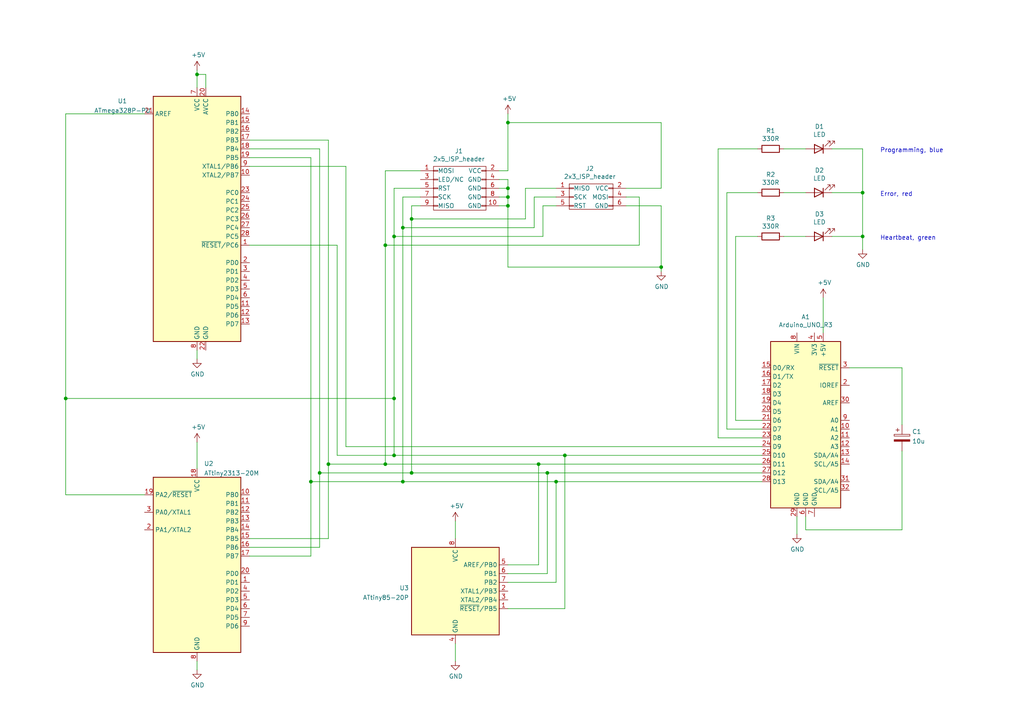
<source format=kicad_sch>
(kicad_sch (version 20211123) (generator eeschema)
  (paper "A4")
  (lib_symbols
    (symbol "Device:C_Polarized" (pin_numbers hide) (pin_names (offset 0.254))
      (property "Reference" "C" (at 0.635 2.54 0))
      (property "Value" "C_Polarized" (at 0.635 -2.54 0))
      (symbol "C_Polarized_0_1"
        (rectangle (start -2.286 0.508) (end 2.286 1.016))
        (polyline (pts (xy -1.778 2.286) (xy -0.762 2.286)))
        (polyline (pts (xy -1.27 2.794) (xy -1.27 1.778)))
        (rectangle (start 2.286 -0.508) (end -2.286 -1.016) (fill (type outline)))
      )
      (symbol "C_Polarized_1_1"
        (pin passive line (at 0 3.81 270) (length 2.794) (name "~") (number "1"))
        (pin passive line (at 0 -3.81 90) (length 2.794) (name "~") (number "2"))
      )
    )
    (symbol "Device:LED" (pin_numbers hide) (pin_names (offset 1.016) hide)
      (property "Reference" "D" (at 0 2.54 0))
      (property "Value" "LED" (at 0 -2.54 0))
      (symbol "LED_0_1"
        (polyline (pts (xy -1.27 -1.27) (xy -1.27 1.27)) (stroke (width 0.254)))
        (polyline (pts (xy -1.27 0) (xy 1.27 0)))
        (polyline (pts (xy 1.27 -1.27) (xy 1.27 1.27) (xy -1.27 0) (xy 1.27 -1.27)) (stroke (width 0.254)))
        (polyline (pts (xy -3.048 -0.762) (xy -4.572 -2.286) (xy -3.81 -2.286) (xy -4.572 -2.286) (xy -4.572 -1.524)))
        (polyline (pts (xy -1.778 -0.762) (xy -3.302 -2.286) (xy -2.54 -2.286) (xy -3.302 -2.286) (xy -3.302 -1.524)))
      )
      (symbol "LED_1_1"
        (pin passive line (at -3.81 0 0) (length 2.54) (name "K") (number "1"))
        (pin passive line (at 3.81 0 180) (length 2.54) (name "A") (number "2"))
      )
    )
    (symbol "Device:R" (pin_numbers hide) (pin_names (offset 0))
      (property "Reference" "R" (at 2.032 0 90))
      (property "Value" "R" (at 0 0 90))
      (symbol "R_0_1"
        (rectangle (start -1.016 -2.54) (end 1.016 2.54) (stroke (width 0.254)))
      )
      (symbol "R_1_1"
        (pin passive line (at 0 3.81 270) (length 1.27) (name "~") (number "1"))
        (pin passive line (at 0 -3.81 90) (length 1.27) (name "~") (number "2"))
      )
    )
    (symbol "MCU_Microchip_ATtiny:ATtiny2313-20M"
      (property "Reference" "U" (at -12.7 26.67 0))
      (property "Value" "ATtiny2313-20M" (at 2.54 -26.67 0))
      (symbol "ATtiny2313-20M_0_1"
        (rectangle (start -12.7 -25.4) (end 12.7 25.4) (stroke (width 0.254)) (fill (type background)))
      )
      (symbol "ATtiny2313-20M_1_1"
        (pin bidirectional line (at 15.24 -5.08 180) (length 2.54) (name "PD1") (number "1"))
        (pin bidirectional line (at 15.24 20.32 180) (length 2.54) (name "PB0") (number "10"))
        (pin bidirectional line (at 15.24 17.78 180) (length 2.54) (name "PB1") (number "11"))
        (pin bidirectional line (at 15.24 15.24 180) (length 2.54) (name "PB2") (number "12"))
        (pin bidirectional line (at 15.24 12.7 180) (length 2.54) (name "PB3") (number "13"))
        (pin bidirectional line (at 15.24 10.16 180) (length 2.54) (name "PB4") (number "14"))
        (pin bidirectional line (at 15.24 7.62 180) (length 2.54) (name "PB5") (number "15"))
        (pin bidirectional line (at 15.24 5.08 180) (length 2.54) (name "PB6") (number "16"))
        (pin bidirectional line (at 15.24 2.54 180) (length 2.54) (name "PB7") (number "17"))
        (pin power_in line (at 0 27.94 270) (length 2.54) (name "VCC") (number "18"))
        (pin bidirectional line (at -15.24 20.32 0) (length 2.54) (name "PA2/~{RESET}") (number "19"))
        (pin bidirectional line (at -15.24 10.16 0) (length 2.54) (name "PA1/XTAL2") (number "2"))
        (pin bidirectional line (at 15.24 -2.54 180) (length 2.54) (name "PD0") (number "20"))
        (pin passive line (at 0 -27.94 90) (length 2.54) hide (name "GND") (number "21"))
        (pin bidirectional line (at -15.24 15.24 0) (length 2.54) (name "PA0/XTAL1") (number "3"))
        (pin bidirectional line (at 15.24 -7.62 180) (length 2.54) (name "PD2") (number "4"))
        (pin bidirectional line (at 15.24 -10.16 180) (length 2.54) (name "PD3") (number "5"))
        (pin bidirectional line (at 15.24 -12.7 180) (length 2.54) (name "PD4") (number "6"))
        (pin bidirectional line (at 15.24 -15.24 180) (length 2.54) (name "PD5") (number "7"))
        (pin power_in line (at 0 -27.94 90) (length 2.54) (name "GND") (number "8"))
        (pin bidirectional line (at 15.24 -17.78 180) (length 2.54) (name "PD6") (number "9"))
      )
    )
    (symbol "MCU_Microchip_ATtiny:ATtiny85-20P"
      (property "Reference" "U" (at -12.7 13.97 0))
      (property "Value" "ATtiny85-20P" (at 2.54 -13.97 0))
      (symbol "ATtiny85-20P_0_1"
        (rectangle (start -12.7 -12.7) (end 12.7 12.7) (stroke (width 0.254)) (fill (type background)))
      )
      (symbol "ATtiny85-20P_1_1"
        (pin bidirectional line (at 15.24 -5.08 180) (length 2.54) (name "~{RESET}/PB5") (number "1"))
        (pin bidirectional line (at 15.24 0 180) (length 2.54) (name "XTAL1/PB3") (number "2"))
        (pin bidirectional line (at 15.24 -2.54 180) (length 2.54) (name "XTAL2/PB4") (number "3"))
        (pin power_in line (at 0 -15.24 90) (length 2.54) (name "GND") (number "4"))
        (pin bidirectional line (at 15.24 7.62 180) (length 2.54) (name "AREF/PB0") (number "5"))
        (pin bidirectional line (at 15.24 5.08 180) (length 2.54) (name "PB1") (number "6"))
        (pin bidirectional line (at 15.24 2.54 180) (length 2.54) (name "PB2") (number "7"))
        (pin power_in line (at 0 15.24 270) (length 2.54) (name "VCC") (number "8"))
      )
    )
    (symbol "MCU_Module:Arduino_UNO_R3"
      (property "Reference" "A" (at -10.16 23.495 0))
      (property "Value" "Arduino_UNO_R3" (at 5.08 -26.67 0))
      (symbol "Arduino_UNO_R3_0_1"
        (rectangle (start -10.16 22.86) (end 10.16 -25.4) (stroke (width 0.254)) (fill (type background)))
      )
      (symbol "Arduino_UNO_R3_1_1"
        (pin no_connect line (at -10.16 -20.32 0) (length 2.54) hide (name "NC") (number "1"))
        (pin bidirectional line (at 12.7 -2.54 180) (length 2.54) (name "A1") (number "10"))
        (pin bidirectional line (at 12.7 -5.08 180) (length 2.54) (name "A2") (number "11"))
        (pin bidirectional line (at 12.7 -7.62 180) (length 2.54) (name "A3") (number "12"))
        (pin bidirectional line (at 12.7 -10.16 180) (length 2.54) (name "SDA/A4") (number "13"))
        (pin bidirectional line (at 12.7 -12.7 180) (length 2.54) (name "SCL/A5") (number "14"))
        (pin bidirectional line (at -12.7 15.24 0) (length 2.54) (name "D0/RX") (number "15"))
        (pin bidirectional line (at -12.7 12.7 0) (length 2.54) (name "D1/TX") (number "16"))
        (pin bidirectional line (at -12.7 10.16 0) (length 2.54) (name "D2") (number "17"))
        (pin bidirectional line (at -12.7 7.62 0) (length 2.54) (name "D3") (number "18"))
        (pin bidirectional line (at -12.7 5.08 0) (length 2.54) (name "D4") (number "19"))
        (pin output line (at 12.7 10.16 180) (length 2.54) (name "IOREF") (number "2"))
        (pin bidirectional line (at -12.7 2.54 0) (length 2.54) (name "D5") (number "20"))
        (pin bidirectional line (at -12.7 0 0) (length 2.54) (name "D6") (number "21"))
        (pin bidirectional line (at -12.7 -2.54 0) (length 2.54) (name "D7") (number "22"))
        (pin bidirectional line (at -12.7 -5.08 0) (length 2.54) (name "D8") (number "23"))
        (pin bidirectional line (at -12.7 -7.62 0) (length 2.54) (name "D9") (number "24"))
        (pin bidirectional line (at -12.7 -10.16 0) (length 2.54) (name "D10") (number "25"))
        (pin bidirectional line (at -12.7 -12.7 0) (length 2.54) (name "D11") (number "26"))
        (pin bidirectional line (at -12.7 -15.24 0) (length 2.54) (name "D12") (number "27"))
        (pin bidirectional line (at -12.7 -17.78 0) (length 2.54) (name "D13") (number "28"))
        (pin power_in line (at -2.54 -27.94 90) (length 2.54) (name "GND") (number "29"))
        (pin input line (at 12.7 15.24 180) (length 2.54) (name "~{RESET}") (number "3"))
        (pin input line (at 12.7 5.08 180) (length 2.54) (name "AREF") (number "30"))
        (pin bidirectional line (at 12.7 -17.78 180) (length 2.54) (name "SDA/A4") (number "31"))
        (pin bidirectional line (at 12.7 -20.32 180) (length 2.54) (name "SCL/A5") (number "32"))
        (pin power_out line (at 2.54 25.4 270) (length 2.54) (name "3V3") (number "4"))
        (pin power_out line (at 5.08 25.4 270) (length 2.54) (name "+5V") (number "5"))
        (pin power_in line (at 0 -27.94 90) (length 2.54) (name "GND") (number "6"))
        (pin power_in line (at 2.54 -27.94 90) (length 2.54) (name "GND") (number "7"))
        (pin power_in line (at -2.54 25.4 270) (length 2.54) (name "VIN") (number "8"))
        (pin bidirectional line (at 12.7 0 180) (length 2.54) (name "A0") (number "9"))
      )
    )
    (symbol "My_Headers:2x3_ISP_header" (pin_names (offset 1.27))
      (property "Reference" "J" (at 1.27 5.08 0))
      (property "Value" "2x3_ISP_header" (at 4.826 -4.826 0))
      (symbol "2x3_ISP_header_0_1"
        (rectangle (start -1.27 -3.556) (end 11.43 3.81))
      )
      (symbol "2x3_ISP_header_1_1"
        (rectangle (start -1.27 -2.413) (end 0 -2.667) (stroke (width 0.1524)))
        (rectangle (start -1.27 0.127) (end 0 -0.127) (stroke (width 0.1524)))
        (rectangle (start -1.27 2.667) (end 0 2.413) (stroke (width 0.1524)))
        (rectangle (start 11.43 -2.413) (end 10.16 -2.667) (stroke (width 0.1524)))
        (rectangle (start 11.43 0.127) (end 10.16 -0.127) (stroke (width 0.1524)))
        (rectangle (start 11.43 2.667) (end 10.16 2.413) (stroke (width 0.1524)))
        (pin passive line (at -5.08 2.54 0) (length 3.81) (name "MISO") (number "1"))
        (pin passive line (at 15.24 2.54 180) (length 3.81) (name "VCC") (number "2"))
        (pin passive line (at -5.08 0 0) (length 3.81) (name "SCK") (number "3"))
        (pin passive line (at 15.24 0 180) (length 3.81) (name "MOSI") (number "4"))
        (pin passive line (at -5.08 -2.54 0) (length 3.81) (name "RST") (number "5"))
        (pin passive line (at 15.24 -2.54 180) (length 3.81) (name "GND") (number "6"))
      )
    )
    (symbol "My_Headers:2x5_ISP_header" (pin_names (offset 1.27))
      (property "Reference" "J" (at 1.27 7.62 0))
      (property "Value" "2x5_ISP_header" (at 6.604 -7.62 0))
      (symbol "2x5_ISP_header_0_1"
        (rectangle (start -1.27 -6.35) (end 13.97 6.35))
      )
      (symbol "2x5_ISP_header_1_1"
        (rectangle (start -1.27 -4.953) (end 0 -5.207) (stroke (width 0.1524)))
        (rectangle (start -1.27 -2.413) (end 0 -2.667) (stroke (width 0.1524)))
        (rectangle (start -1.27 0.127) (end 0 -0.127) (stroke (width 0.1524)))
        (rectangle (start -1.27 2.667) (end 0 2.413) (stroke (width 0.1524)))
        (rectangle (start -1.27 5.207) (end 0 4.953) (stroke (width 0.1524)))
        (rectangle (start 13.97 -4.953) (end 12.7 -5.207) (stroke (width 0.1524)))
        (rectangle (start 13.97 -2.413) (end 12.7 -2.667) (stroke (width 0.1524)))
        (rectangle (start 13.97 0.127) (end 12.7 -0.127) (stroke (width 0.1524)))
        (rectangle (start 13.97 2.667) (end 12.7 2.413) (stroke (width 0.1524)))
        (rectangle (start 13.97 5.207) (end 12.7 4.953) (stroke (width 0.1524)))
        (pin passive line (at -5.08 5.08 0) (length 3.81) (name "MOSI") (number "1"))
        (pin passive line (at 17.78 -5.08 180) (length 3.81) (name "GND") (number "10"))
        (pin passive line (at 17.78 5.08 180) (length 3.81) (name "VCC") (number "2"))
        (pin passive line (at -5.08 2.54 0) (length 3.81) (name "LED/NC") (number "3"))
        (pin passive line (at 17.78 2.54 180) (length 3.81) (name "GND") (number "4"))
        (pin passive line (at -5.08 0 0) (length 3.81) (name "RST") (number "5"))
        (pin passive line (at 17.78 0 180) (length 3.81) (name "GND") (number "6"))
        (pin passive line (at -5.08 -2.54 0) (length 3.81) (name "SCK") (number "7"))
        (pin passive line (at 17.78 -2.54 180) (length 3.81) (name "GND") (number "8"))
        (pin passive line (at -5.08 -5.08 0) (length 3.81) (name "MISO") (number "9"))
      )
    )
    (symbol "My_Misc:ATmega328P-PU"
      (property "Reference" "U" (at -12.7 36.83 0))
      (property "Value" "ATmega328P-PU" (at 7.62 -36.83 0))
      (symbol "ATmega328P-PU_0_1"
        (rectangle (start -12.7 -35.56) (end 12.7 35.56) (stroke (width 0.254)) (fill (type background)))
      )
      (symbol "ATmega328P-PU_1_1"
        (pin bidirectional line (at 15.24 -7.62 180) (length 2.54) (name "~{RESET}/PC6") (number "1"))
        (pin bidirectional line (at 15.24 12.7 180) (length 2.54) (name "XTAL2/PB7") (number "10"))
        (pin bidirectional line (at 15.24 -25.4 180) (length 2.54) (name "PD5") (number "11"))
        (pin bidirectional line (at 15.24 -27.94 180) (length 2.54) (name "PD6") (number "12"))
        (pin bidirectional line (at 15.24 -30.48 180) (length 2.54) (name "PD7") (number "13"))
        (pin bidirectional line (at 15.24 30.48 180) (length 2.54) (name "PB0") (number "14"))
        (pin bidirectional line (at 15.24 27.94 180) (length 2.54) (name "PB1") (number "15"))
        (pin bidirectional line (at 15.24 25.4 180) (length 2.54) (name "PB2") (number "16"))
        (pin bidirectional line (at 15.24 22.86 180) (length 2.54) (name "PB3") (number "17"))
        (pin bidirectional line (at 15.24 20.32 180) (length 2.54) (name "PB4") (number "18"))
        (pin bidirectional line (at 15.24 17.78 180) (length 2.54) (name "PB5") (number "19"))
        (pin bidirectional line (at 15.24 -12.7 180) (length 2.54) (name "PD0") (number "2"))
        (pin power_in line (at 2.54 38.1 270) (length 2.54) (name "AVCC") (number "20"))
        (pin passive line (at -15.24 30.48 0) (length 2.54) (name "AREF") (number "21"))
        (pin passive line (at 0 -38.1 90) (length 2.54) hide (name "GND") (number "22"))
        (pin power_in line (at 2.54 -38.1 90) (length 2.54) (name "GND") (number "22"))
        (pin bidirectional line (at 15.24 7.62 180) (length 2.54) (name "PC0") (number "23"))
        (pin bidirectional line (at 15.24 5.08 180) (length 2.54) (name "PC1") (number "24"))
        (pin bidirectional line (at 15.24 2.54 180) (length 2.54) (name "PC2") (number "25"))
        (pin bidirectional line (at 15.24 0 180) (length 2.54) (name "PC3") (number "26"))
        (pin bidirectional line (at 15.24 -2.54 180) (length 2.54) (name "PC4") (number "27"))
        (pin bidirectional line (at 15.24 -5.08 180) (length 2.54) (name "PC5") (number "28"))
        (pin bidirectional line (at 15.24 -15.24 180) (length 2.54) (name "PD1") (number "3"))
        (pin bidirectional line (at 15.24 -17.78 180) (length 2.54) (name "PD2") (number "4"))
        (pin bidirectional line (at 15.24 -20.32 180) (length 2.54) (name "PD3") (number "5"))
        (pin bidirectional line (at 15.24 -22.86 180) (length 2.54) (name "PD4") (number "6"))
        (pin power_in line (at 0 38.1 270) (length 2.54) (name "VCC") (number "7"))
        (pin power_in line (at 0 -38.1 90) (length 2.54) (name "GND") (number "8"))
        (pin bidirectional line (at 15.24 15.24 180) (length 2.54) (name "XTAL1/PB6") (number "9"))
      )
    )
    (symbol "power:+5V" (power) (pin_names (offset 0))
      (property "Value" "+5V" (at 0 3.556 0))
      (symbol "+5V_0_1"
        (polyline (pts (xy -0.762 1.27) (xy 0 2.54)))
        (polyline (pts (xy 0 0) (xy 0 2.54)))
        (polyline (pts (xy 0 2.54) (xy 0.762 1.27)))
      )
      (symbol "+5V_1_1"
        (pin power_in line (at 0 0 90) (length 0) hide (name "+5V") (number "1"))
      )
    )
    (symbol "power:GND" (power) (pin_names (offset 0))
      (property "Value" "GND" (at 0 -3.81 0))
      (symbol "GND_0_1"
        (polyline (pts (xy 0 0) (xy 0 -1.27) (xy 1.27 -1.27) (xy 0 -2.54) (xy -1.27 -1.27) (xy 0 -1.27)))
      )
      (symbol "GND_1_1"
        (pin power_in line (at 0 0 270) (length 0) hide (name "GND") (number "1"))
      )
    )
  )
  (junction (at 111.76 71.12))
  (junction (at 90.17 139.7))
  (junction (at 116.84 66.04))
  (junction (at 57.15 21.59))
  (junction (at 114.3 68.58))
  (junction (at 147.32 57.15))
  (junction (at 161.29 139.7))
  (junction (at 92.71 137.16))
  (junction (at 147.32 59.69))
  (junction (at 250.19 68.58))
  (junction (at 114.3 115.57))
  (junction (at 19.05 115.57))
  (junction (at 158.75 137.16))
  (junction (at 111.76 134.62))
  (junction (at 147.32 35.56))
  (junction (at 119.38 137.16))
  (junction (at 114.3 132.08))
  (junction (at 116.84 139.7))
  (junction (at 147.32 54.61))
  (junction (at 250.19 55.88))
  (junction (at 95.25 134.62))
  (junction (at 191.77 77.47))
  (junction (at 119.38 63.5))
  (junction (at 163.83 132.08))
  (junction (at 156.21 134.62))
  (wire (pts (xy 116.84 57.15) (xy 121.92 57.15)))
  (wire (pts (xy 95.25 40.64) (xy 72.39 40.64)))
  (wire (pts (xy 147.32 52.07) (xy 147.32 54.61)))
  (wire (pts (xy 114.3 115.57) (xy 114.3 132.08)))
  (wire (pts (xy 114.3 68.58) (xy 114.3 54.61)))
  (wire (pts (xy 161.29 59.69) (xy 157.48 59.69)))
  (wire (pts (xy 157.48 68.58) (xy 114.3 68.58)))
  (wire (pts (xy 191.77 35.56) (xy 147.32 35.56)))
  (wire (pts (xy 185.42 57.15) (xy 185.42 71.12)))
  (wire (pts (xy 210.82 124.46) (xy 210.82 55.88)))
  (wire (pts (xy 152.4 63.5) (xy 119.38 63.5)))
  (wire (pts (xy 233.68 55.88) (xy 227.33 55.88)))
  (wire (pts (xy 157.48 59.69) (xy 157.48 68.58)))
  (wire (pts (xy 158.75 166.37) (xy 158.75 137.16)))
  (wire (pts (xy 181.61 57.15) (xy 185.42 57.15)))
  (wire (pts (xy 191.77 77.47) (xy 191.77 78.74)))
  (wire (pts (xy 144.78 54.61) (xy 147.32 54.61)))
  (wire (pts (xy 147.32 176.53) (xy 163.83 176.53)))
  (wire (pts (xy 163.83 132.08) (xy 220.98 132.08)))
  (wire (pts (xy 161.29 168.91) (xy 161.29 139.7)))
  (wire (pts (xy 57.15 21.59) (xy 59.69 21.59)))
  (wire (pts (xy 119.38 137.16) (xy 158.75 137.16)))
  (wire (pts (xy 147.32 59.69) (xy 147.32 77.47)))
  (wire (pts (xy 163.83 132.08) (xy 114.3 132.08)))
  (wire (pts (xy 72.39 161.29) (xy 90.17 161.29)))
  (wire (pts (xy 144.78 52.07) (xy 147.32 52.07)))
  (wire (pts (xy 116.84 66.04) (xy 116.84 57.15)))
  (wire (pts (xy 241.3 55.88) (xy 250.19 55.88)))
  (wire (pts (xy 144.78 49.53) (xy 147.32 49.53)))
  (wire (pts (xy 92.71 158.75) (xy 72.39 158.75)))
  (wire (pts (xy 147.32 77.47) (xy 191.77 77.47)))
  (wire (pts (xy 220.98 134.62) (xy 156.21 134.62)))
  (wire (pts (xy 92.71 137.16) (xy 92.71 158.75)))
  (wire (pts (xy 114.3 115.57) (xy 19.05 115.57)))
  (wire (pts (xy 220.98 139.7) (xy 161.29 139.7)))
  (wire (pts (xy 147.32 35.56) (xy 147.32 49.53)))
  (wire (pts (xy 261.62 153.67) (xy 261.62 130.81)))
  (wire (pts (xy 208.28 127) (xy 208.28 43.18)))
  (wire (pts (xy 156.21 134.62) (xy 111.76 134.62)))
  (wire (pts (xy 241.3 43.18) (xy 250.19 43.18)))
  (wire (pts (xy 119.38 137.16) (xy 119.38 63.5)))
  (wire (pts (xy 233.68 149.86) (xy 233.68 153.67)))
  (wire (pts (xy 100.33 48.26) (xy 72.39 48.26)))
  (wire (pts (xy 238.76 96.52) (xy 238.76 86.36)))
  (wire (pts (xy 154.94 57.15) (xy 161.29 57.15)))
  (wire (pts (xy 154.94 66.04) (xy 116.84 66.04)))
  (wire (pts (xy 132.08 156.21) (xy 132.08 151.13)))
  (wire (pts (xy 144.78 57.15) (xy 147.32 57.15)))
  (wire (pts (xy 147.32 168.91) (xy 161.29 168.91)))
  (wire (pts (xy 97.79 132.08) (xy 97.79 71.12)))
  (wire (pts (xy 147.32 54.61) (xy 147.32 57.15)))
  (wire (pts (xy 220.98 124.46) (xy 210.82 124.46)))
  (wire (pts (xy 57.15 194.31) (xy 57.15 191.77)))
  (wire (pts (xy 233.68 153.67) (xy 261.62 153.67)))
  (wire (pts (xy 57.15 104.14) (xy 57.15 101.6)))
  (wire (pts (xy 227.33 43.18) (xy 233.68 43.18)))
  (wire (pts (xy 213.36 68.58) (xy 219.71 68.58)))
  (wire (pts (xy 90.17 139.7) (xy 90.17 45.72)))
  (wire (pts (xy 261.62 106.68) (xy 261.62 123.19)))
  (wire (pts (xy 154.94 57.15) (xy 154.94 66.04)))
  (wire (pts (xy 95.25 134.62) (xy 95.25 40.64)))
  (wire (pts (xy 19.05 115.57) (xy 19.05 143.51)))
  (wire (pts (xy 119.38 63.5) (xy 119.38 59.69)))
  (wire (pts (xy 220.98 129.54) (xy 100.33 129.54)))
  (wire (pts (xy 147.32 33.02) (xy 147.32 35.56)))
  (wire (pts (xy 19.05 33.02) (xy 19.05 115.57)))
  (wire (pts (xy 181.61 59.69) (xy 191.77 59.69)))
  (wire (pts (xy 147.32 166.37) (xy 158.75 166.37)))
  (wire (pts (xy 114.3 68.58) (xy 114.3 115.57)))
  (wire (pts (xy 92.71 43.18) (xy 92.71 137.16)))
  (wire (pts (xy 90.17 45.72) (xy 72.39 45.72)))
  (wire (pts (xy 191.77 54.61) (xy 191.77 35.56)))
  (wire (pts (xy 220.98 127) (xy 208.28 127)))
  (wire (pts (xy 156.21 163.83) (xy 156.21 134.62)))
  (wire (pts (xy 152.4 54.61) (xy 152.4 63.5)))
  (wire (pts (xy 116.84 66.04) (xy 116.84 139.7)))
  (wire (pts (xy 72.39 43.18) (xy 92.71 43.18)))
  (wire (pts (xy 231.14 154.94) (xy 231.14 149.86)))
  (wire (pts (xy 147.32 57.15) (xy 147.32 59.69)))
  (wire (pts (xy 158.75 137.16) (xy 220.98 137.16)))
  (wire (pts (xy 250.19 43.18) (xy 250.19 55.88)))
  (wire (pts (xy 191.77 59.69) (xy 191.77 77.47)))
  (wire (pts (xy 114.3 54.61) (xy 121.92 54.61)))
  (wire (pts (xy 181.61 54.61) (xy 191.77 54.61)))
  (wire (pts (xy 92.71 137.16) (xy 119.38 137.16)))
  (wire (pts (xy 185.42 71.12) (xy 111.76 71.12)))
  (wire (pts (xy 41.91 33.02) (xy 19.05 33.02)))
  (wire (pts (xy 57.15 135.89) (xy 57.15 128.27)))
  (wire (pts (xy 161.29 54.61) (xy 152.4 54.61)))
  (wire (pts (xy 250.19 68.58) (xy 241.3 68.58)))
  (wire (pts (xy 97.79 71.12) (xy 72.39 71.12)))
  (wire (pts (xy 161.29 139.7) (xy 116.84 139.7)))
  (wire (pts (xy 19.05 143.51) (xy 41.91 143.51)))
  (wire (pts (xy 72.39 156.21) (xy 95.25 156.21)))
  (wire (pts (xy 116.84 139.7) (xy 90.17 139.7)))
  (wire (pts (xy 163.83 176.53) (xy 163.83 132.08)))
  (wire (pts (xy 59.69 21.59) (xy 59.69 25.4)))
  (wire (pts (xy 147.32 163.83) (xy 156.21 163.83)))
  (wire (pts (xy 227.33 68.58) (xy 233.68 68.58)))
  (wire (pts (xy 111.76 134.62) (xy 95.25 134.62)))
  (wire (pts (xy 114.3 132.08) (xy 97.79 132.08)))
  (wire (pts (xy 95.25 156.21) (xy 95.25 134.62)))
  (wire (pts (xy 246.38 106.68) (xy 261.62 106.68)))
  (wire (pts (xy 132.08 191.77) (xy 132.08 186.69)))
  (wire (pts (xy 111.76 71.12) (xy 111.76 134.62)))
  (wire (pts (xy 213.36 121.92) (xy 213.36 68.58)))
  (wire (pts (xy 111.76 71.12) (xy 111.76 49.53)))
  (wire (pts (xy 208.28 43.18) (xy 219.71 43.18)))
  (wire (pts (xy 250.19 55.88) (xy 250.19 68.58)))
  (wire (pts (xy 220.98 121.92) (xy 213.36 121.92)))
  (wire (pts (xy 57.15 25.4) (xy 57.15 21.59)))
  (wire (pts (xy 100.33 129.54) (xy 100.33 48.26)))
  (wire (pts (xy 250.19 68.58) (xy 250.19 72.39)))
  (wire (pts (xy 119.38 59.69) (xy 121.92 59.69)))
  (wire (pts (xy 147.32 59.69) (xy 144.78 59.69)))
  (wire (pts (xy 111.76 49.53) (xy 121.92 49.53)))
  (wire (pts (xy 57.15 21.59) (xy 57.15 20.32)))
  (wire (pts (xy 210.82 55.88) (xy 219.71 55.88)))
  (wire (pts (xy 90.17 161.29) (xy 90.17 139.7)))
  (text "Heartbeat, green" (at 255.27 69.85 0) (effects (font (size 1.27 1.27)) (justify left bottom)))
  (text "Error, red" (at 255.27 57.15 0) (effects (font (size 1.27 1.27)) (justify left bottom)))
  (text "Programming, blue" (at 255.27 44.45 0) (effects (font (size 1.27 1.27)) (justify left bottom)))
  (symbol (lib_id "My_Headers:2x3_ISP_header") (at 166.37 57.15 0) (unit 1)
    (property "Reference" "J2" (at 171.069 48.895 0))
    (property "Value" "2x3_ISP_header" (at 171.069 51.2064 0))
    (property "Footprint" "My_Headers:2x3_ISP_header_large" (effects hide))
  )
  (symbol (lib_id "My_Headers:2x5_ISP_header") (at 127 54.61 0) (unit 1)
    (property "Reference" "J1" (at 133.096 43.815 0))
    (property "Value" "2x5_ISP_header" (at 133.096 46.1264 0))
    (property "Footprint" "My_Headers:2x5_ISP_header_large" (effects hide))
  )
  (symbol (lib_id "power:+5V") (at 147.32 33.02 0) (unit 1)
    (property "Reference" "#PWR0110" (effects hide))
    (property "Value" "+5V" (at 147.701 28.6258 0))
  )
  (symbol (lib_id "power:GND") (at 191.77 78.74 0) (unit 1)
    (property "Reference" "#PWR0111" (effects hide))
    (property "Value" "GND" (at 191.897 83.1342 0))
  )
  (symbol (lib_id "MCU_Module:Arduino_UNO_R3") (at 233.68 121.92 0) (unit 1)
    (property "Reference" "A1" (at 233.68 91.9226 0))
    (property "Value" "Arduino_UNO_R3" (at 233.68 94.234 0))
    (property "Footprint" "My_Arduino:Arduino_UNO_R3_shield_large" (effects hide))
    (property "Datasheet" "https://www.arduino.cc/en/Main/arduinoBoardUno" (effects hide))
  )
  (symbol (lib_id "Device:LED") (at 237.49 43.18 180) (unit 1)
    (property "Reference" "D1" (at 237.6678 36.703 0))
    (property "Value" "LED" (at 237.6678 39.0144 0))
    (property "Footprint" "My_Misc:LED_D5.0mm_larger_pads" (effects hide))
  )
  (symbol (lib_id "Device:LED") (at 237.49 55.88 180) (unit 1)
    (property "Reference" "D2" (at 237.6678 49.403 0))
    (property "Value" "LED" (at 237.6678 51.7144 0))
    (property "Footprint" "My_Misc:LED_D5.0mm_larger_pads" (effects hide))
  )
  (symbol (lib_id "Device:LED") (at 237.49 68.58 180) (unit 1)
    (property "Reference" "D3" (at 237.6678 62.103 0))
    (property "Value" "LED" (at 237.6678 64.4144 0))
    (property "Footprint" "My_Misc:LED_D5.0mm_larger_pads" (effects hide))
  )
  (symbol (lib_id "Device:R") (at 223.52 43.18 270) (unit 1)
    (property "Reference" "R1" (at 223.52 37.9222 90))
    (property "Value" "330R" (at 223.52 40.2336 90))
    (property "Footprint" "My_Misc:R_Axial_DIN0207_L6.3mm_D2.5mm_P10.16mm_Horizontal_larger_pads" (effects hide))
  )
  (symbol (lib_id "Device:R") (at 223.52 55.88 270) (unit 1)
    (property "Reference" "R2" (at 223.52 50.6222 90))
    (property "Value" "330R" (at 223.52 52.9336 90))
    (property "Footprint" "My_Misc:R_Axial_DIN0207_L6.3mm_D2.5mm_P10.16mm_Horizontal_larger_pads" (effects hide))
  )
  (symbol (lib_id "Device:R") (at 223.52 68.58 270) (unit 1)
    (property "Reference" "R3" (at 223.52 63.3222 90))
    (property "Value" "330R" (at 223.52 65.6336 90))
    (property "Footprint" "My_Misc:R_Axial_DIN0207_L6.3mm_D2.5mm_P10.16mm_Horizontal_larger_pads" (effects hide))
  )
  (symbol (lib_id "power:GND") (at 250.19 72.39 0) (unit 1)
    (property "Reference" "#PWR0101" (effects hide))
    (property "Value" "GND" (at 250.317 76.7842 0))
  )
  (symbol (lib_id "power:+5V") (at 238.76 86.36 0) (unit 1)
    (property "Reference" "#PWR0102" (effects hide))
    (property "Value" "+5V" (at 239.141 81.9658 0))
  )
  (symbol (lib_id "power:GND") (at 231.14 154.94 0) (unit 1)
    (property "Reference" "#PWR0103" (effects hide))
    (property "Value" "GND" (at 231.267 159.3342 0))
  )
  (symbol (lib_id "power:GND") (at 132.08 191.77 0) (unit 1)
    (property "Reference" "#PWR0104" (effects hide))
    (property "Value" "GND" (at 132.207 196.1642 0))
  )
  (symbol (lib_id "power:+5V") (at 132.08 151.13 0) (unit 1)
    (property "Reference" "#PWR0105" (effects hide))
    (property "Value" "+5V" (at 132.461 146.7358 0))
  )
  (symbol (lib_id "power:GND") (at 57.15 194.31 0) (unit 1)
    (property "Reference" "#PWR0106" (effects hide))
    (property "Value" "GND" (at 57.277 198.7042 0))
  )
  (symbol (lib_id "power:+5V") (at 57.15 128.27 0) (unit 1)
    (property "Reference" "#PWR0107" (effects hide))
    (property "Value" "+5V" (at 57.531 123.8758 0))
  )
  (symbol (lib_id "power:GND") (at 57.15 104.14 0) (unit 1)
    (property "Reference" "#PWR0108" (effects hide))
    (property "Value" "GND" (at 57.277 108.5342 0))
  )
  (symbol (lib_id "power:+5V") (at 57.15 20.32 0) (unit 1)
    (property "Reference" "#PWR0109" (effects hide))
    (property "Value" "+5V" (at 57.531 15.9258 0))
  )
  (symbol (lib_id "MCU_Microchip_ATtiny:ATtiny2313-20M") (at 57.15 163.83 0) (unit 1)
    (property "Reference" "U2" (at 59.1694 134.4635 0) (effects (justify left)))
    (property "Value" "ATtiny2313-20M" (at 59.1694 137.2386 0) (effects (justify left)))
    (property "Footprint" "My_Misc:ZIF_DIP_Socket-20_W4.3_W5.08_W7.62_W10.16_W10.9_3M_220-3342-00-0602J_large" (effects hide))
    (property "Datasheet" "http://ww1.microchip.com/downloads/en/DeviceDoc/Atmel-2543-AVR-ATtiny2313_Datasheet.pdf" (effects hide))
  )
  (symbol (lib_id "My_Misc:ATmega328P-PU") (at 57.15 63.5 0) (unit 1)
    (property "Reference" "U1" (at 35.5048 29.2948 0))
    (property "Value" "ATmega328P-PU" (at 35.5048 32.0699 0))
    (property "Footprint" "My_Misc:ZIF_DIP_Socket-28_W6.9_W7.62_W7.62_W12.7_W13.5_large" (effects hide))
    (property "Datasheet" "http://ww1.microchip.com/downloads/en/DeviceDoc/ATmega328_P%20AVR%20MCU%20with%20picoPower%20Technology%20Data%20Sheet%2040001984A.pdf" (effects hide))
  )
  (symbol (lib_id "MCU_Microchip_ATtiny:ATtiny85-20P") (at 132.08 171.45 0) (unit 1)
    (property "Reference" "U3" (at 118.618 170.5415 0) (effects (justify right)))
    (property "Value" "ATtiny85-20P" (at 118.618 173.3166 0) (effects (justify right)))
    (property "Footprint" "My_Misc:DIP-8_W7.62mm_large" (effects hide))
    (property "Datasheet" "http://ww1.microchip.com/downloads/en/DeviceDoc/atmel-2586-avr-8-bit-microcontroller-attiny25-attiny45-attiny85_datasheet.pdf" (effects hide))
  )
  (symbol (lib_id "Device:C_Polarized") (at 261.62 127 0) (unit 1)
    (property "Reference" "C1" (at 264.541 125.2025 0) (effects (justify left)))
    (property "Value" "10u" (at 264.541 127.9776 0) (effects (justify left)))
    (property "Footprint" "My_Misc:CP_Radial_D5.0mm_P2.00mm_larger" (effects hide))
  )
)
</source>
